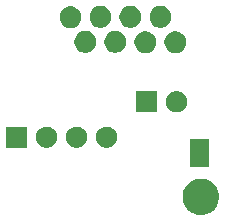
<source format=gts>
G04 #@! TF.GenerationSoftware,KiCad,Pcbnew,(5.1.5)-3*
G04 #@! TF.CreationDate,2020-02-26T13:13:57-08:00*
G04 #@! TF.ProjectId,NeutrikEthercon,4e657574-7269-46b4-9574-686572636f6e,rev?*
G04 #@! TF.SameCoordinates,Original*
G04 #@! TF.FileFunction,Soldermask,Top*
G04 #@! TF.FilePolarity,Negative*
%FSLAX46Y46*%
G04 Gerber Fmt 4.6, Leading zero omitted, Abs format (unit mm)*
G04 Created by KiCad (PCBNEW (5.1.5)-3) date 2020-02-26 13:13:57*
%MOMM*%
%LPD*%
G04 APERTURE LIST*
%ADD10C,0.100000*%
G04 APERTURE END LIST*
D10*
G36*
X141902585Y-124028802D02*
G01*
X142052410Y-124058604D01*
X142334674Y-124175521D01*
X142588705Y-124345259D01*
X142804741Y-124561295D01*
X142974479Y-124815326D01*
X143091396Y-125097590D01*
X143151000Y-125397240D01*
X143151000Y-125702760D01*
X143091396Y-126002410D01*
X142974479Y-126284674D01*
X142804741Y-126538705D01*
X142588705Y-126754741D01*
X142334674Y-126924479D01*
X142052410Y-127041396D01*
X141902585Y-127071198D01*
X141752761Y-127101000D01*
X141447239Y-127101000D01*
X141297415Y-127071198D01*
X141147590Y-127041396D01*
X140865326Y-126924479D01*
X140611295Y-126754741D01*
X140395259Y-126538705D01*
X140225521Y-126284674D01*
X140108604Y-126002410D01*
X140049000Y-125702760D01*
X140049000Y-125397240D01*
X140108604Y-125097590D01*
X140225521Y-124815326D01*
X140395259Y-124561295D01*
X140611295Y-124345259D01*
X140865326Y-124175521D01*
X141147590Y-124058604D01*
X141297415Y-124028802D01*
X141447239Y-123999000D01*
X141752761Y-123999000D01*
X141902585Y-124028802D01*
G37*
G36*
X142301000Y-123051000D02*
G01*
X140699000Y-123051000D01*
X140699000Y-120649000D01*
X142301000Y-120649000D01*
X142301000Y-123051000D01*
G37*
G36*
X126901000Y-121401000D02*
G01*
X125099000Y-121401000D01*
X125099000Y-119599000D01*
X126901000Y-119599000D01*
X126901000Y-121401000D01*
G37*
G36*
X128653512Y-119603927D02*
G01*
X128802812Y-119633624D01*
X128966784Y-119701544D01*
X129114354Y-119800147D01*
X129239853Y-119925646D01*
X129338456Y-120073216D01*
X129406376Y-120237188D01*
X129441000Y-120411259D01*
X129441000Y-120588741D01*
X129406376Y-120762812D01*
X129338456Y-120926784D01*
X129239853Y-121074354D01*
X129114354Y-121199853D01*
X128966784Y-121298456D01*
X128802812Y-121366376D01*
X128653512Y-121396073D01*
X128628742Y-121401000D01*
X128451258Y-121401000D01*
X128426488Y-121396073D01*
X128277188Y-121366376D01*
X128113216Y-121298456D01*
X127965646Y-121199853D01*
X127840147Y-121074354D01*
X127741544Y-120926784D01*
X127673624Y-120762812D01*
X127639000Y-120588741D01*
X127639000Y-120411259D01*
X127673624Y-120237188D01*
X127741544Y-120073216D01*
X127840147Y-119925646D01*
X127965646Y-119800147D01*
X128113216Y-119701544D01*
X128277188Y-119633624D01*
X128426488Y-119603927D01*
X128451258Y-119599000D01*
X128628742Y-119599000D01*
X128653512Y-119603927D01*
G37*
G36*
X131193512Y-119603927D02*
G01*
X131342812Y-119633624D01*
X131506784Y-119701544D01*
X131654354Y-119800147D01*
X131779853Y-119925646D01*
X131878456Y-120073216D01*
X131946376Y-120237188D01*
X131981000Y-120411259D01*
X131981000Y-120588741D01*
X131946376Y-120762812D01*
X131878456Y-120926784D01*
X131779853Y-121074354D01*
X131654354Y-121199853D01*
X131506784Y-121298456D01*
X131342812Y-121366376D01*
X131193512Y-121396073D01*
X131168742Y-121401000D01*
X130991258Y-121401000D01*
X130966488Y-121396073D01*
X130817188Y-121366376D01*
X130653216Y-121298456D01*
X130505646Y-121199853D01*
X130380147Y-121074354D01*
X130281544Y-120926784D01*
X130213624Y-120762812D01*
X130179000Y-120588741D01*
X130179000Y-120411259D01*
X130213624Y-120237188D01*
X130281544Y-120073216D01*
X130380147Y-119925646D01*
X130505646Y-119800147D01*
X130653216Y-119701544D01*
X130817188Y-119633624D01*
X130966488Y-119603927D01*
X130991258Y-119599000D01*
X131168742Y-119599000D01*
X131193512Y-119603927D01*
G37*
G36*
X133733512Y-119603927D02*
G01*
X133882812Y-119633624D01*
X134046784Y-119701544D01*
X134194354Y-119800147D01*
X134319853Y-119925646D01*
X134418456Y-120073216D01*
X134486376Y-120237188D01*
X134521000Y-120411259D01*
X134521000Y-120588741D01*
X134486376Y-120762812D01*
X134418456Y-120926784D01*
X134319853Y-121074354D01*
X134194354Y-121199853D01*
X134046784Y-121298456D01*
X133882812Y-121366376D01*
X133733512Y-121396073D01*
X133708742Y-121401000D01*
X133531258Y-121401000D01*
X133506488Y-121396073D01*
X133357188Y-121366376D01*
X133193216Y-121298456D01*
X133045646Y-121199853D01*
X132920147Y-121074354D01*
X132821544Y-120926784D01*
X132753624Y-120762812D01*
X132719000Y-120588741D01*
X132719000Y-120411259D01*
X132753624Y-120237188D01*
X132821544Y-120073216D01*
X132920147Y-119925646D01*
X133045646Y-119800147D01*
X133193216Y-119701544D01*
X133357188Y-119633624D01*
X133506488Y-119603927D01*
X133531258Y-119599000D01*
X133708742Y-119599000D01*
X133733512Y-119603927D01*
G37*
G36*
X139653512Y-116603927D02*
G01*
X139802812Y-116633624D01*
X139966784Y-116701544D01*
X140114354Y-116800147D01*
X140239853Y-116925646D01*
X140338456Y-117073216D01*
X140406376Y-117237188D01*
X140441000Y-117411259D01*
X140441000Y-117588741D01*
X140406376Y-117762812D01*
X140338456Y-117926784D01*
X140239853Y-118074354D01*
X140114354Y-118199853D01*
X139966784Y-118298456D01*
X139802812Y-118366376D01*
X139653512Y-118396073D01*
X139628742Y-118401000D01*
X139451258Y-118401000D01*
X139426488Y-118396073D01*
X139277188Y-118366376D01*
X139113216Y-118298456D01*
X138965646Y-118199853D01*
X138840147Y-118074354D01*
X138741544Y-117926784D01*
X138673624Y-117762812D01*
X138639000Y-117588741D01*
X138639000Y-117411259D01*
X138673624Y-117237188D01*
X138741544Y-117073216D01*
X138840147Y-116925646D01*
X138965646Y-116800147D01*
X139113216Y-116701544D01*
X139277188Y-116633624D01*
X139426488Y-116603927D01*
X139451258Y-116599000D01*
X139628742Y-116599000D01*
X139653512Y-116603927D01*
G37*
G36*
X137901000Y-118401000D02*
G01*
X136099000Y-118401000D01*
X136099000Y-116599000D01*
X137901000Y-116599000D01*
X137901000Y-118401000D01*
G37*
G36*
X139710104Y-111569585D02*
G01*
X139878626Y-111639389D01*
X140030291Y-111740728D01*
X140159272Y-111869709D01*
X140260611Y-112021374D01*
X140330415Y-112189896D01*
X140366000Y-112368797D01*
X140366000Y-112551203D01*
X140330415Y-112730104D01*
X140260611Y-112898626D01*
X140159272Y-113050291D01*
X140030291Y-113179272D01*
X139878626Y-113280611D01*
X139710104Y-113350415D01*
X139531203Y-113386000D01*
X139348797Y-113386000D01*
X139169896Y-113350415D01*
X139001374Y-113280611D01*
X138849709Y-113179272D01*
X138720728Y-113050291D01*
X138619389Y-112898626D01*
X138549585Y-112730104D01*
X138514000Y-112551203D01*
X138514000Y-112368797D01*
X138549585Y-112189896D01*
X138619389Y-112021374D01*
X138720728Y-111869709D01*
X138849709Y-111740728D01*
X139001374Y-111639389D01*
X139169896Y-111569585D01*
X139348797Y-111534000D01*
X139531203Y-111534000D01*
X139710104Y-111569585D01*
G37*
G36*
X137170104Y-111569585D02*
G01*
X137338626Y-111639389D01*
X137490291Y-111740728D01*
X137619272Y-111869709D01*
X137720611Y-112021374D01*
X137790415Y-112189896D01*
X137826000Y-112368797D01*
X137826000Y-112551203D01*
X137790415Y-112730104D01*
X137720611Y-112898626D01*
X137619272Y-113050291D01*
X137490291Y-113179272D01*
X137338626Y-113280611D01*
X137170104Y-113350415D01*
X136991203Y-113386000D01*
X136808797Y-113386000D01*
X136629896Y-113350415D01*
X136461374Y-113280611D01*
X136309709Y-113179272D01*
X136180728Y-113050291D01*
X136079389Y-112898626D01*
X136009585Y-112730104D01*
X135974000Y-112551203D01*
X135974000Y-112368797D01*
X136009585Y-112189896D01*
X136079389Y-112021374D01*
X136180728Y-111869709D01*
X136309709Y-111740728D01*
X136461374Y-111639389D01*
X136629896Y-111569585D01*
X136808797Y-111534000D01*
X136991203Y-111534000D01*
X137170104Y-111569585D01*
G37*
G36*
X134620104Y-111549585D02*
G01*
X134788626Y-111619389D01*
X134940291Y-111720728D01*
X135069272Y-111849709D01*
X135170611Y-112001374D01*
X135240415Y-112169896D01*
X135276000Y-112348797D01*
X135276000Y-112531203D01*
X135240415Y-112710104D01*
X135170611Y-112878626D01*
X135069272Y-113030291D01*
X134940291Y-113159272D01*
X134788626Y-113260611D01*
X134620104Y-113330415D01*
X134441203Y-113366000D01*
X134258797Y-113366000D01*
X134079896Y-113330415D01*
X133911374Y-113260611D01*
X133759709Y-113159272D01*
X133630728Y-113030291D01*
X133529389Y-112878626D01*
X133459585Y-112710104D01*
X133424000Y-112531203D01*
X133424000Y-112348797D01*
X133459585Y-112169896D01*
X133529389Y-112001374D01*
X133630728Y-111849709D01*
X133759709Y-111720728D01*
X133911374Y-111619389D01*
X134079896Y-111549585D01*
X134258797Y-111514000D01*
X134441203Y-111514000D01*
X134620104Y-111549585D01*
G37*
G36*
X132090104Y-111539585D02*
G01*
X132258626Y-111609389D01*
X132410291Y-111710728D01*
X132539272Y-111839709D01*
X132640611Y-111991374D01*
X132710415Y-112159896D01*
X132746000Y-112338797D01*
X132746000Y-112521203D01*
X132710415Y-112700104D01*
X132640611Y-112868626D01*
X132539272Y-113020291D01*
X132410291Y-113149272D01*
X132258626Y-113250611D01*
X132090104Y-113320415D01*
X131911203Y-113356000D01*
X131728797Y-113356000D01*
X131549896Y-113320415D01*
X131381374Y-113250611D01*
X131229709Y-113149272D01*
X131100728Y-113020291D01*
X130999389Y-112868626D01*
X130929585Y-112700104D01*
X130894000Y-112521203D01*
X130894000Y-112338797D01*
X130929585Y-112159896D01*
X130999389Y-111991374D01*
X131100728Y-111839709D01*
X131229709Y-111710728D01*
X131381374Y-111609389D01*
X131549896Y-111539585D01*
X131728797Y-111504000D01*
X131911203Y-111504000D01*
X132090104Y-111539585D01*
G37*
G36*
X130830104Y-109459585D02*
G01*
X130998626Y-109529389D01*
X131150291Y-109630728D01*
X131279272Y-109759709D01*
X131380611Y-109911374D01*
X131450415Y-110079896D01*
X131486000Y-110258797D01*
X131486000Y-110441203D01*
X131450415Y-110620104D01*
X131380611Y-110788626D01*
X131279272Y-110940291D01*
X131150291Y-111069272D01*
X130998626Y-111170611D01*
X130830104Y-111240415D01*
X130651203Y-111276000D01*
X130468797Y-111276000D01*
X130289896Y-111240415D01*
X130121374Y-111170611D01*
X129969709Y-111069272D01*
X129840728Y-110940291D01*
X129739389Y-110788626D01*
X129669585Y-110620104D01*
X129634000Y-110441203D01*
X129634000Y-110258797D01*
X129669585Y-110079896D01*
X129739389Y-109911374D01*
X129840728Y-109759709D01*
X129969709Y-109630728D01*
X130121374Y-109529389D01*
X130289896Y-109459585D01*
X130468797Y-109424000D01*
X130651203Y-109424000D01*
X130830104Y-109459585D01*
G37*
G36*
X133370104Y-109429585D02*
G01*
X133538626Y-109499389D01*
X133690291Y-109600728D01*
X133819272Y-109729709D01*
X133920611Y-109881374D01*
X133990415Y-110049896D01*
X134026000Y-110228797D01*
X134026000Y-110411203D01*
X133990415Y-110590104D01*
X133920611Y-110758626D01*
X133819272Y-110910291D01*
X133690291Y-111039272D01*
X133538626Y-111140611D01*
X133370104Y-111210415D01*
X133191203Y-111246000D01*
X133008797Y-111246000D01*
X132829896Y-111210415D01*
X132661374Y-111140611D01*
X132509709Y-111039272D01*
X132380728Y-110910291D01*
X132279389Y-110758626D01*
X132209585Y-110590104D01*
X132174000Y-110411203D01*
X132174000Y-110228797D01*
X132209585Y-110049896D01*
X132279389Y-109881374D01*
X132380728Y-109729709D01*
X132509709Y-109600728D01*
X132661374Y-109499389D01*
X132829896Y-109429585D01*
X133008797Y-109394000D01*
X133191203Y-109394000D01*
X133370104Y-109429585D01*
G37*
G36*
X135900104Y-109429585D02*
G01*
X136068626Y-109499389D01*
X136220291Y-109600728D01*
X136349272Y-109729709D01*
X136450611Y-109881374D01*
X136520415Y-110049896D01*
X136556000Y-110228797D01*
X136556000Y-110411203D01*
X136520415Y-110590104D01*
X136450611Y-110758626D01*
X136349272Y-110910291D01*
X136220291Y-111039272D01*
X136068626Y-111140611D01*
X135900104Y-111210415D01*
X135721203Y-111246000D01*
X135538797Y-111246000D01*
X135359896Y-111210415D01*
X135191374Y-111140611D01*
X135039709Y-111039272D01*
X134910728Y-110910291D01*
X134809389Y-110758626D01*
X134739585Y-110590104D01*
X134704000Y-110411203D01*
X134704000Y-110228797D01*
X134739585Y-110049896D01*
X134809389Y-109881374D01*
X134910728Y-109729709D01*
X135039709Y-109600728D01*
X135191374Y-109499389D01*
X135359896Y-109429585D01*
X135538797Y-109394000D01*
X135721203Y-109394000D01*
X135900104Y-109429585D01*
G37*
G36*
X138450104Y-109429585D02*
G01*
X138618626Y-109499389D01*
X138770291Y-109600728D01*
X138899272Y-109729709D01*
X139000611Y-109881374D01*
X139070415Y-110049896D01*
X139106000Y-110228797D01*
X139106000Y-110411203D01*
X139070415Y-110590104D01*
X139000611Y-110758626D01*
X138899272Y-110910291D01*
X138770291Y-111039272D01*
X138618626Y-111140611D01*
X138450104Y-111210415D01*
X138271203Y-111246000D01*
X138088797Y-111246000D01*
X137909896Y-111210415D01*
X137741374Y-111140611D01*
X137589709Y-111039272D01*
X137460728Y-110910291D01*
X137359389Y-110758626D01*
X137289585Y-110590104D01*
X137254000Y-110411203D01*
X137254000Y-110228797D01*
X137289585Y-110049896D01*
X137359389Y-109881374D01*
X137460728Y-109729709D01*
X137589709Y-109600728D01*
X137741374Y-109499389D01*
X137909896Y-109429585D01*
X138088797Y-109394000D01*
X138271203Y-109394000D01*
X138450104Y-109429585D01*
G37*
M02*

</source>
